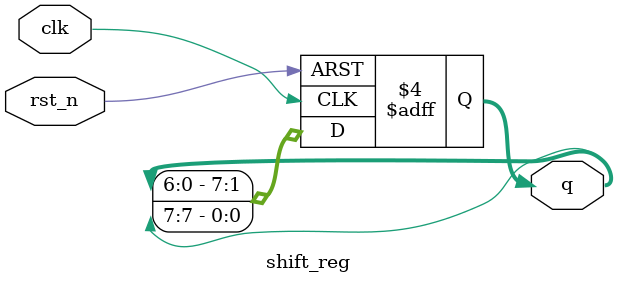
<source format=v>
`timescale 1ns / 1ps


module shift_reg(q,clk,rst_n);
output [7:0] q; // output
input clk; // global clock
input rst_n; // active low reset
reg [7:0] q; // output
integer i;

// Sequential logics: Flip flops
always @(posedge clk or negedge rst_n)
    if (~rst_n) 
    begin
    q<=8'b01010101;
    end 
    else
        begin
        q[0]<=q[7];
        for(i=1;i<8;i=i+1)
        q[i]<=q[i-1];
end
endmodule

</source>
